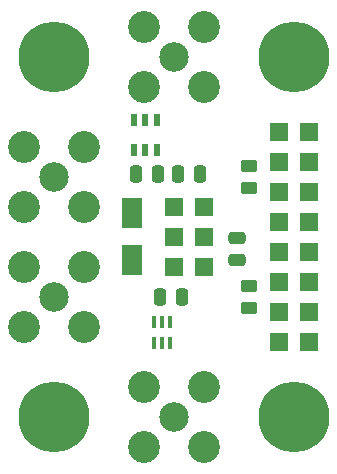
<source format=gbr>
%TF.GenerationSoftware,KiCad,Pcbnew,7.0.5.1-1-g8f565ef7f0-dirty-deb11*%
%TF.CreationDate,2023-07-05T09:06:53+00:00*%
%TF.ProjectId,ACOMP01,41434f4d-5030-4312-9e6b-696361645f70,rev?*%
%TF.SameCoordinates,Original*%
%TF.FileFunction,Soldermask,Bot*%
%TF.FilePolarity,Negative*%
%FSLAX46Y46*%
G04 Gerber Fmt 4.6, Leading zero omitted, Abs format (unit mm)*
G04 Created by KiCad (PCBNEW 7.0.5.1-1-g8f565ef7f0-dirty-deb11) date 2023-07-05 09:06:53*
%MOMM*%
%LPD*%
G01*
G04 APERTURE LIST*
G04 Aperture macros list*
%AMRoundRect*
0 Rectangle with rounded corners*
0 $1 Rounding radius*
0 $2 $3 $4 $5 $6 $7 $8 $9 X,Y pos of 4 corners*
0 Add a 4 corners polygon primitive as box body*
4,1,4,$2,$3,$4,$5,$6,$7,$8,$9,$2,$3,0*
0 Add four circle primitives for the rounded corners*
1,1,$1+$1,$2,$3*
1,1,$1+$1,$4,$5*
1,1,$1+$1,$6,$7*
1,1,$1+$1,$8,$9*
0 Add four rect primitives between the rounded corners*
20,1,$1+$1,$2,$3,$4,$5,0*
20,1,$1+$1,$4,$5,$6,$7,0*
20,1,$1+$1,$6,$7,$8,$9,0*
20,1,$1+$1,$8,$9,$2,$3,0*%
G04 Aperture macros list end*
%ADD10R,1.524000X1.524000*%
%ADD11C,6.000000*%
%ADD12C,2.500000*%
%ADD13C,2.700000*%
%ADD14RoundRect,0.250000X-0.475000X0.250000X-0.475000X-0.250000X0.475000X-0.250000X0.475000X0.250000X0*%
%ADD15R,1.800000X2.500000*%
%ADD16RoundRect,0.250000X0.250000X0.475000X-0.250000X0.475000X-0.250000X-0.475000X0.250000X-0.475000X0*%
%ADD17RoundRect,0.250000X-0.250000X-0.475000X0.250000X-0.475000X0.250000X0.475000X-0.250000X0.475000X0*%
%ADD18RoundRect,0.250000X0.450000X-0.262500X0.450000X0.262500X-0.450000X0.262500X-0.450000X-0.262500X0*%
%ADD19R,0.500000X1.000760*%
%ADD20R,0.501040X1.000760*%
%ADD21R,0.300000X1.000000*%
G04 APERTURE END LIST*
D10*
%TO.C,J6*%
X21590000Y6350000D03*
X19050000Y6350000D03*
X21590000Y8890000D03*
X19050000Y8890000D03*
X21590000Y11430000D03*
X19050000Y11430000D03*
X21590000Y13970000D03*
X19050000Y13970000D03*
%TD*%
D11*
%TO.C,M2*%
X0Y30480000D03*
%TD*%
%TO.C,M4*%
X20320000Y0D03*
%TD*%
D10*
%TO.C,J7*%
X21590000Y16510000D03*
X19050000Y16510000D03*
X21590000Y19050000D03*
X19050000Y19050000D03*
X21590000Y21590000D03*
X19050000Y21590000D03*
X21590000Y24130000D03*
X19050000Y24130000D03*
%TD*%
D12*
%TO.C,J2*%
X10160000Y0D03*
D13*
X7620000Y-2540000D03*
X12700000Y-2540000D03*
X12700000Y2540000D03*
X7620000Y2540000D03*
%TD*%
D10*
%TO.C,J1*%
X10160000Y17780000D03*
X12700000Y17780000D03*
X10160000Y15240000D03*
X12700000Y15240000D03*
X10160000Y12700000D03*
X12700000Y12700000D03*
%TD*%
D12*
%TO.C,J4*%
X0Y20320000D03*
D13*
X-2540000Y22860000D03*
X2540000Y22860000D03*
X2540000Y17780000D03*
X-2540000Y17780000D03*
%TD*%
D11*
%TO.C,M3*%
X0Y0D03*
%TD*%
%TO.C,M1*%
X20320000Y30480000D03*
%TD*%
D12*
%TO.C,J5*%
X10160000Y30480000D03*
D13*
X12700000Y33020000D03*
X12700000Y27940000D03*
X7620000Y33020000D03*
X7620000Y27940000D03*
%TD*%
D12*
%TO.C,J3*%
X0Y10160000D03*
D13*
X-2540000Y7620000D03*
X-2540000Y12700000D03*
X2540000Y12700000D03*
X2540000Y7620000D03*
%TD*%
D14*
%TO.C,C1*%
X15494000Y15174000D03*
X15494000Y13274000D03*
%TD*%
D15*
%TO.C,D1*%
X6604000Y17240000D03*
X6604000Y13240000D03*
%TD*%
D16*
%TO.C,C4*%
X8824000Y20574000D03*
X6924000Y20574000D03*
%TD*%
D17*
%TO.C,C3*%
X8956000Y10160000D03*
X10856000Y10160000D03*
%TD*%
D18*
%TO.C,R2*%
X16535400Y19407500D03*
X16535400Y21232500D03*
%TD*%
D17*
%TO.C,C2*%
X10480000Y20574000D03*
X12380000Y20574000D03*
%TD*%
D19*
%TO.C,IC2*%
X6794500Y25146000D03*
X7747000Y25146000D03*
X8699500Y25146000D03*
D20*
X8699500Y22606000D03*
D19*
X7747000Y22606000D03*
X6794500Y22606000D03*
%TD*%
D21*
%TO.C,IC1*%
X9794000Y6237400D03*
X9144000Y6237400D03*
X8494000Y6237400D03*
X8494000Y8037400D03*
X9144000Y8037400D03*
X9794000Y8037400D03*
%TD*%
D18*
%TO.C,R1*%
X16535400Y9247500D03*
X16535400Y11072500D03*
%TD*%
M02*

</source>
